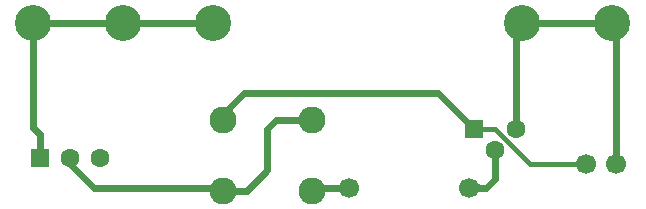
<source format=gtl>
G04 #@! TF.FileFunction,Copper,L1,Top,Signal*
%FSLAX46Y46*%
G04 Gerber Fmt 4.6, Leading zero omitted, Abs format (unit mm)*
G04 Created by KiCad (PCBNEW 4.0.7) date 01/27/18 21:13:41*
%MOMM*%
%LPD*%
G01*
G04 APERTURE LIST*
%ADD10C,0.150000*%
%ADD11C,3.048000*%
%ADD12C,2.286000*%
%ADD13C,1.700000*%
%ADD14R,1.500000X1.500000*%
%ADD15C,1.600000*%
%ADD16C,0.609600*%
%ADD17C,0.406400*%
G04 APERTURE END LIST*
D10*
D11*
X146177000Y-106045000D03*
X138557000Y-106045000D03*
X130937000Y-106045000D03*
X172339000Y-106045000D03*
X179959000Y-106045000D03*
D12*
X154500000Y-114250000D03*
X154500000Y-120250000D03*
X147000000Y-114250000D03*
X147000000Y-120250000D03*
D13*
X177730000Y-118000000D03*
X180270000Y-118000000D03*
D14*
X168203949Y-115000000D03*
D15*
X170000000Y-116796051D03*
X171796051Y-115000000D03*
D13*
X157670000Y-120000000D03*
X167830000Y-120000000D03*
D14*
X131460000Y-117500000D03*
D15*
X134000000Y-117500000D03*
X136540000Y-117500000D03*
D16*
X180270000Y-118000000D02*
X180270000Y-106356000D01*
X180270000Y-106356000D02*
X179959000Y-106045000D01*
X171796051Y-115000000D02*
X171796051Y-106587949D01*
X171796051Y-106587949D02*
X172339000Y-106045000D01*
X172339000Y-106045000D02*
X179959000Y-106045000D01*
X147000000Y-113750000D02*
X148750000Y-112000000D01*
X147000000Y-114250000D02*
X147000000Y-113750000D01*
X148750000Y-112000000D02*
X165203949Y-112000000D01*
X165203949Y-112000000D02*
X168203949Y-115000000D01*
D17*
X168203949Y-115000000D02*
X170000000Y-115000000D01*
X173000000Y-118000000D02*
X177730000Y-118000000D01*
X170000000Y-115000000D02*
X173000000Y-118000000D01*
D16*
X146920000Y-114960000D02*
X147040000Y-114960000D01*
X168000000Y-114796051D02*
X168203949Y-115000000D01*
X170000000Y-118500000D02*
X170000000Y-119250000D01*
X170000000Y-116796051D02*
X170000000Y-118500000D01*
X169250000Y-120000000D02*
X167830000Y-120000000D01*
X170000000Y-119250000D02*
X169250000Y-120000000D01*
X168580000Y-120000000D02*
X168580000Y-119920000D01*
X170080000Y-116876051D02*
X170000000Y-116796051D01*
X157670000Y-120000000D02*
X154750000Y-120000000D01*
X154750000Y-120000000D02*
X154500000Y-120250000D01*
X147000000Y-120250000D02*
X149000000Y-120250000D01*
X151500000Y-114250000D02*
X154500000Y-114250000D01*
X150750000Y-115000000D02*
X151500000Y-114250000D01*
X150750000Y-118500000D02*
X150750000Y-115000000D01*
X149000000Y-120250000D02*
X150750000Y-118500000D01*
X134000000Y-117500000D02*
X134000000Y-118000000D01*
X134000000Y-118000000D02*
X136040000Y-120040000D01*
X136040000Y-120040000D02*
X146920000Y-120040000D01*
X134000000Y-117500000D02*
X134000000Y-117500000D01*
X138557000Y-106045000D02*
X146177000Y-106045000D01*
X130937000Y-106045000D02*
X130937000Y-114937000D01*
X131460000Y-115460000D02*
X131460000Y-117500000D01*
X130937000Y-114937000D02*
X131460000Y-115460000D01*
X138557000Y-106045000D02*
X130937000Y-106045000D01*
X130937000Y-106045000D02*
X131000000Y-106108000D01*
X131000000Y-117040000D02*
X131460000Y-117500000D01*
M02*

</source>
